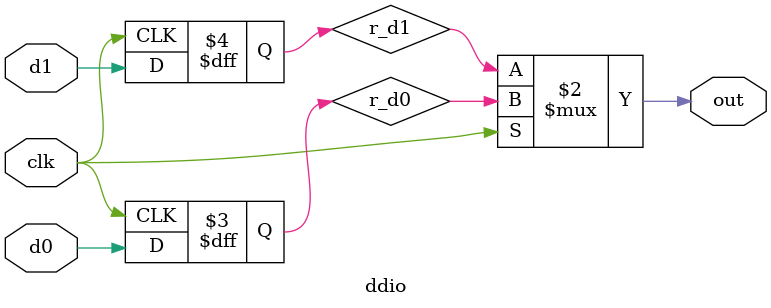
<source format=v>

module hdmi(
	input wire pixclk,		// 74MHz
	input wire clk_TMDS2,	// 370MHz
	input wire hsync,
	input wire vsync,
	input wire active,
	input wire [7:0]red,
	input wire [7:0]green,
	input wire [7:0]blue,
	output wire TMDS_bh,
	output wire TMDS_bl,
	output wire TMDS_gh,
	output wire TMDS_gl,
	output wire TMDS_rh,
	output wire TMDS_rl
);

wire [9:0] TMDS_red, TMDS_green, TMDS_blue;
TMDS_encoder encode_R(.clk(pixclk), .VD(red  ), .CD(2'b00)        , .VDE(active), .TMDS(TMDS_red));
TMDS_encoder encode_G(.clk(pixclk), .VD(green), .CD(2'b00)        , .VDE(active), .TMDS(TMDS_green));
TMDS_encoder encode_B(.clk(pixclk), .VD(blue ), .CD({vsync,hsync}), .VDE(active), .TMDS(TMDS_blue));

reg [2:0] TMDS_mod5=0;  // modulus 5 counter
reg [4:0] TMDS_shift_bh=0, TMDS_shift_bl=0;
reg [4:0] TMDS_shift_gh=0, TMDS_shift_gl=0;
reg [4:0] TMDS_shift_rh=0, TMDS_shift_rl=0;

wire [4:0] TMDS_blue_l  = {TMDS_blue[9],TMDS_blue[7],TMDS_blue[5],TMDS_blue[3],TMDS_blue[1]};
wire [4:0] TMDS_blue_h  = {TMDS_blue[8],TMDS_blue[6],TMDS_blue[4],TMDS_blue[2],TMDS_blue[0]};
wire [4:0] TMDS_green_l = {TMDS_green[9],TMDS_green[7],TMDS_green[5],TMDS_green[3],TMDS_green[1]};
wire [4:0] TMDS_green_h = {TMDS_green[8],TMDS_green[6],TMDS_green[4],TMDS_green[2],TMDS_green[0]};
wire [4:0] TMDS_red_l   = {TMDS_red[9],TMDS_red[7],TMDS_red[5],TMDS_red[3],TMDS_red[1]};
wire [4:0] TMDS_red_h   = {TMDS_red[8],TMDS_red[6],TMDS_red[4],TMDS_red[2],TMDS_red[0]};

always @(posedge clk_TMDS2)
begin
	TMDS_shift_bh <= TMDS_mod5[2] ? TMDS_blue_h  : TMDS_shift_bh  [4:1];
	TMDS_shift_bl <= TMDS_mod5[2] ? TMDS_blue_l  : TMDS_shift_bl  [4:1];
	TMDS_shift_gh <= TMDS_mod5[2] ? TMDS_green_h : TMDS_shift_gh  [4:1];
	TMDS_shift_gl <= TMDS_mod5[2] ? TMDS_green_l : TMDS_shift_gl  [4:1];
	TMDS_shift_rh <= TMDS_mod5[2] ? TMDS_red_h   : TMDS_shift_rh  [4:1];
	TMDS_shift_rl <= TMDS_mod5[2] ? TMDS_red_l   : TMDS_shift_rl  [4:1];
	TMDS_mod5 <= (TMDS_mod5[2]) ? 3'd0 : TMDS_mod5+3'd1;
end

assign TMDS_bh = TMDS_shift_bh[0];
assign TMDS_bl = TMDS_shift_bl[0];
assign TMDS_gh = TMDS_shift_gh[0];
assign TMDS_gl = TMDS_shift_gl[0];
assign TMDS_rh = TMDS_shift_rh[0];
assign TMDS_rl = TMDS_shift_rl[0];

endmodule

module TMDS_encoder(
	input clk,
	input [7:0] VD,	// video data (red, green or blue)
	input [1:0] CD,	// control data
	input VDE,  	// video data enable, to choose between CD (when VDE=0) and VD (when VDE=1)
	output reg [9:0] TMDS = 0
);

wire [3:0] Nb1s = VD[0] + VD[1] + VD[2] + VD[3] + VD[4] + VD[5] + VD[6] + VD[7];
wire XNOR = (Nb1s>4'd4) || (Nb1s==4'd4 && VD[0]==1'b0);
wire [8:0] q_m = {~XNOR, q_m[6:0] ^ VD[7:1] ^ {7{XNOR}}, VD[0]};

reg [3:0] balance_acc = 0;
wire [3:0] balance = q_m[0] + q_m[1] + q_m[2] + q_m[3] + q_m[4] + q_m[5] + q_m[6] + q_m[7] - 4'd4;
wire balance_sign_eq = (balance[3] == balance_acc[3]);
wire invert_q_m = (balance==0 || balance_acc==0) ? ~q_m[8] : balance_sign_eq;
wire [3:0] balance_acc_inc = balance - ({q_m[8] ^ ~balance_sign_eq} & ~(balance==0 || balance_acc==0));
wire [3:0] balance_acc_new = invert_q_m ? balance_acc-balance_acc_inc : balance_acc+balance_acc_inc;
wire [9:0] TMDS_data = {invert_q_m, q_m[8], q_m[7:0] ^ {8{invert_q_m}}};
wire [9:0] TMDS_code = CD[1] ? (CD[0] ? 10'b1010101011 : 10'b0101010100) : (CD[0] ? 10'b0010101011 : 10'b1101010100);

always @(posedge clk) TMDS <= VDE ? TMDS_data : TMDS_code;
always @(posedge clk) balance_acc <= VDE ? balance_acc_new : 4'h0;

endmodule

module ddio(
	input wire d0,
	input wire d1,
	input wire clk,
	output wire out
	);

reg r_d0;
reg r_d1;
always @(posedge clk)
begin
	r_d0 <= d0;
	r_d1 <= d1;
end

assign out = clk ? r_d0 : r_d1;
 
endmodule



</source>
